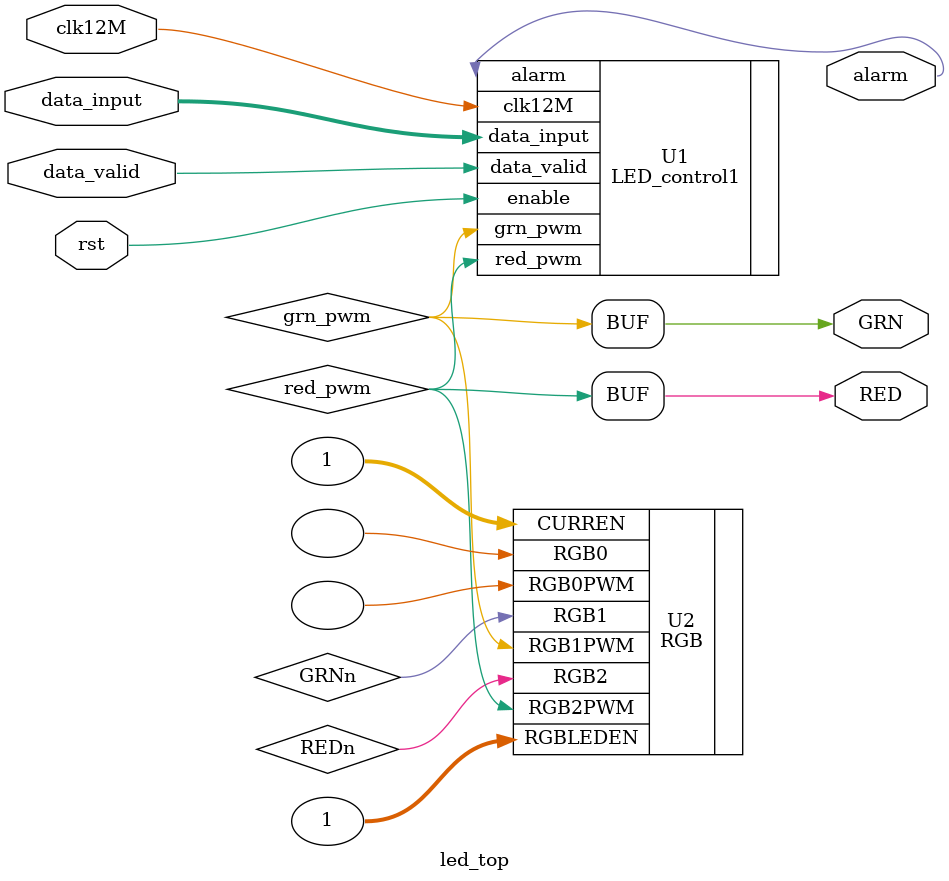
<source format=sv>
module led_top (       
input wire clk12M,
input wire rst,
input wire [7:0] data_input,
input wire data_valid,
output reg RED,
output reg GRN,
output reg alarm
); 

wire red_pwm;
wire grn_pwm;
reg REDn;
reg GRNn;
defparam U1.on_hi 			= 2'b10;
defparam U1.on_lo 			= 2'b01;
defparam U1.off   			= 2'b00; 
defparam U1.Brightness		= 4'b0111; 		//	50% Brightness
defparam U2.RGB0_CURRENT 	= "0b111111";
defparam U2.RGB1_CURRENT 	= "0b111111";
defparam U2.RGB2_CURRENT 	= "0b111111";

LED_control1 U1 (.clk12M(clk12M),.enable(rst),.data_input(data_input),.data_valid(data_valid),.red_pwm(red_pwm),.grn_pwm(grn_pwm),.alarm(alarm));


RGB U2 (.CURREN('b1),.RGB0PWM(),.RGB1PWM(grn_pwm),.RGB2PWM(red_pwm),.RGBLEDEN('b1),.RGB0(),.RGB1(GRNn),.RGB2(REDn));

assign RED = red_pwm;
assign GRN = grn_pwm;

endmodule















</source>
